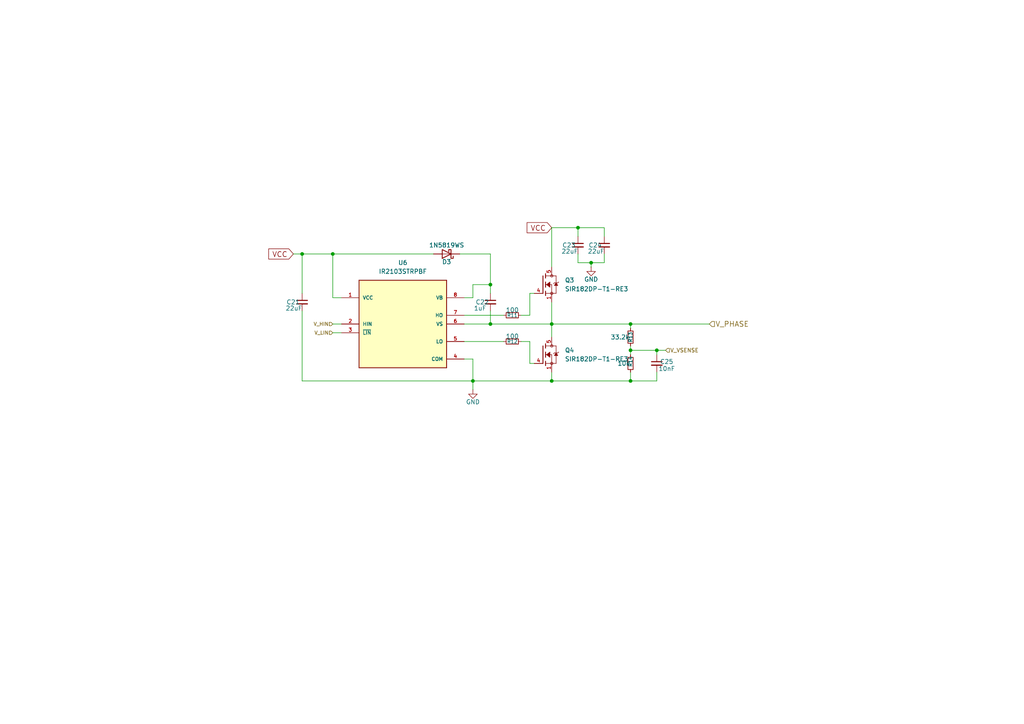
<source format=kicad_sch>
(kicad_sch (version 20250114) (generator "eeschema") (generator_version "9.0")
  (paper "A4")
  (lib_symbols
    (symbol "Device:C_Small" (pin_numbers (hide yes)) (pin_names (offset 0.254) (hide yes))
      (property "Reference" "C" (at 0.254 1.778 0))
      (property "Value" "C_Small" (at 0.254 -2.032 0))
      (symbol "C_Small_0_1"
        (polyline (pts (xy -1.524 0.508) (xy 1.524 0.508)) (stroke (width 0.3048)))
        (polyline (pts (xy -1.524 -0.508) (xy 1.524 -0.508)) (stroke (width 0.3302)))
      )
      (symbol "C_Small_1_1"
        (pin passive line (at 0 2.54 270) (length 2.032) (name "~") (number "1"))
        (pin passive line (at 0 -2.54 90) (length 2.032) (name "~") (number "2"))
      )
    )
    (symbol "Device:R_Small" (pin_numbers (hide yes)) (pin_names (offset 0.254) (hide yes))
      (property "Reference" "R" (at 0 0 90))
      (property "Value" "R_Small" (at 1.778 0 90))
      (symbol "R_Small_0_1"
        (rectangle (start -0.762 1.778) (end 0.762 -1.778) (stroke (width 0.2032)))
      )
      (symbol "R_Small_1_1"
        (pin passive line (at 0 2.54 270) (length 0.762) (name "~") (number "1"))
        (pin passive line (at 0 -2.54 90) (length 0.762) (name "~") (number "2"))
      )
    )
    (symbol "Diode:1N5819WS" (pin_numbers (hide yes)) (pin_names (offset 1.016) (hide yes))
      (property "Reference" "D" (at 0 2.54 0))
      (property "Value" "1N5819WS" (at 0 -2.54 0))
      (symbol "1N5819WS_0_1"
        (polyline (pts (xy -1.905 0.635) (xy -1.905 1.27) (xy -1.27 1.27) (xy -1.27 -1.27) (xy -0.635 -1.27) (xy -0.635 -0.635)) (stroke (width 0.254)))
        (polyline (pts (xy 1.27 1.27) (xy 1.27 -1.27) (xy -1.27 0) (xy 1.27 1.27)) (stroke (width 0.254)))
        (polyline (pts (xy 1.27 0) (xy -1.27 0)))
      )
      (symbol "1N5819WS_1_1"
        (pin passive line (at -3.81 0 0) (length 2.54) (name "K") (number "1"))
        (pin passive line (at 3.81 0 180) (length 2.54) (name "A") (number "2"))
      )
    )
    (symbol "ESC:SIR182DP-T1-RE3" (pin_names (offset 1.016))
      (property "Reference" "Q1" (at 5.08 1.2701 0))
      (property "Value" "SIR182DP-T1-RE3" (at 5.08 -1.2699 0))
      (symbol "SIR182DP-T1-RE3_0_0"
        (polyline (pts (xy -1.27 2.54) (xy -1.27 -2.54)) (stroke (width 0.254)))
        (polyline (pts (xy -0.508 3.175) (xy -0.508 2.54)) (stroke (width 0.254)))
        (polyline (pts (xy -0.508 2.54) (xy -0.508 1.905)) (stroke (width 0.254)))
        (polyline (pts (xy -0.508 2.54) (xy 2.54 2.54)) (stroke (width 0.1524)))
        (polyline (pts (xy -0.508 0.762) (xy -0.508 0)) (stroke (width 0.254)))
        (polyline (pts (xy -0.508 0) (xy -0.508 -0.762)) (stroke (width 0.254)))
        (polyline (pts (xy -0.508 0) (xy 1.27 0)) (stroke (width 0.1524)))
        (polyline (pts (xy -0.508 -1.905) (xy -0.508 -3.175)) (stroke (width 0.254)))
        (polyline (pts (xy -0.254 0) (xy 0.762 0.762) (xy 0.762 -0.762) (xy -0.254 0)) (stroke (width 0.1524)) (fill (type outline)))
        (circle (center 1.27 2.54) (radius 0.3592))
        (polyline (pts (xy 1.27 0) (xy 1.27 -2.54)) (stroke (width 0.1524)))
        (circle (center 1.27 -2.54) (radius 0.3592))
        (polyline (pts (xy 2.032 0.508) (xy 1.778 0.254)) (stroke (width 0.1524)))
        (polyline (pts (xy 2.54 2.54) (xy 2.54 0.508)) (stroke (width 0.1524)))
        (polyline (pts (xy 2.54 0.508) (xy 2.032 0.508)) (stroke (width 0.1524)))
        (polyline (pts (xy 2.54 0.508) (xy 2.54 -2.54)) (stroke (width 0.1524)))
        (polyline (pts (xy 2.54 0.508) (xy 2.032 -0.254) (xy 3.048 -0.254) (xy 2.54 0.508)) (stroke (width 0.1524)) (fill (type outline)))
        (polyline (pts (xy 2.54 -2.54) (xy -0.508 -2.54)) (stroke (width 0.1524)))
        (polyline (pts (xy 3.048 0.508) (xy 2.54 0.508)) (stroke (width 0.1524)))
        (polyline (pts (xy 3.302 0.762) (xy 3.048 0.508)) (stroke (width 0.1524)))
        (pin passive line (at -3.81 -2.54 0) (length 2.54) (name "~") (number "4"))
        (pin passive line (at 1.27 5.08 270) (length 2.54) (name "~") (number "5"))
        (pin passive line (at 1.27 5.08 270) (length 2.54) (hide yes) (name "~") (number "6"))
        (pin passive line (at 1.27 5.08 270) (length 2.54) (hide yes) (name "~") (number "7"))
        (pin passive line (at 1.27 5.08 270) (length 2.54) (hide yes) (name "~") (number "8"))
        (pin passive line (at 1.27 5.08 270) (length 2.54) (hide yes) (name "~") (number "9"))
        (pin passive line (at 1.27 -5.08 90) (length 2.54) (name "~") (number "1"))
        (pin passive line (at 1.27 -5.08 90) (length 2.54) (hide yes) (name "~") (number "2"))
        (pin passive line (at 1.27 -5.08 90) (length 2.54) (hide yes) (name "~") (number "3"))
      )
    )
    (symbol "IR2103STRPBF_1" (pin_names (offset 1.016))
      (property "Reference" "U1" (at 0 17.78 0))
      (property "Value" "IR2103STRPBF" (at 0 15.24 0))
      (symbol "IR2103STRPBF_1_0_0"
        (rectangle (start -12.7 12.7) (end 12.7 -12.7) (stroke (width 0.254)) (fill (type background)))
        (pin power_in line (at -17.78 7.62 0) (length 5.08) (name "VCC") (number "1"))
        (pin input line (at -17.78 0 0) (length 5.08) (name "HIN") (number "2"))
        (pin input line (at -17.78 -2.54 0) (length 5.08) (name "~{LIN}") (number "3"))
        (pin power_in line (at 17.78 7.62 180) (length 5.08) (name "VB") (number "8"))
        (pin output line (at 17.78 2.54 180) (length 5.08) (name "HO") (number "7"))
        (pin output line (at 17.78 0 180) (length 5.08) (name "VS") (number "6"))
        (pin output line (at 17.78 -5.08 180) (length 5.08) (name "LO") (number "5"))
        (pin power_in line (at 17.78 -10.16 180) (length 5.08) (name "COM") (number "4"))
      )
    )
    (symbol "power:GND" (power) (pin_numbers (hide yes)) (pin_names (offset 0) (hide yes))
      (property "Value" "GND" (at 0 -3.81 0))
      (symbol "GND_0_1"
        (polyline (pts (xy 0 0) (xy 0 -1.27) (xy 1.27 -1.27) (xy 0 -2.54) (xy -1.27 -1.27) (xy 0 -1.27)))
      )
      (symbol "GND_1_1"
        (pin power_in line (at 0 0 270) (length 0) (name "~") (number "1"))
      )
    )
  )
  (junction (at 171.45 76.2))
  (junction (at 87.63 73.66))
  (junction (at 137.16 110.49))
  (junction (at 142.24 93.98))
  (junction (at 182.88 93.98))
  (junction (at 167.64 66.04))
  (junction (at 142.24 82.55))
  (junction (at 160.02 110.49))
  (junction (at 182.88 101.6))
  (junction (at 182.88 110.49))
  (junction (at 160.02 93.98))
  (junction (at 96.52 73.66))
  (junction (at 190.5 101.6))
  (wire (pts (xy 137.16 86.36) (xy 137.16 82.55)))
  (wire (pts (xy 190.5 101.6) (xy 193.04 101.6)))
  (wire (pts (xy 137.16 110.49) (xy 87.63 110.49)))
  (wire (pts (xy 182.88 101.6) (xy 182.88 102.87)))
  (wire (pts (xy 171.45 76.2) (xy 171.45 77.47)))
  (wire (pts (xy 137.16 110.49) (xy 160.02 110.49)))
  (wire (pts (xy 142.24 93.98) (xy 160.02 93.98)))
  (wire (pts (xy 182.88 100.33) (xy 182.88 101.6)))
  (wire (pts (xy 137.16 104.14) (xy 137.16 110.49)))
  (wire (pts (xy 182.88 101.6) (xy 190.5 101.6)))
  (wire (pts (xy 153.67 99.06) (xy 153.67 105.41)))
  (wire (pts (xy 153.67 105.41) (xy 154.94 105.41)))
  (wire (pts (xy 142.24 73.66) (xy 142.24 82.55)))
  (wire (pts (xy 96.52 73.66) (xy 125.73 73.66)))
  (wire (pts (xy 171.45 76.2) (xy 175.26 76.2)))
  (wire (pts (xy 87.63 85.09) (xy 87.63 73.66)))
  (wire (pts (xy 134.62 86.36) (xy 137.16 86.36)))
  (wire (pts (xy 175.26 66.04) (xy 175.26 68.58)))
  (wire (pts (xy 134.62 99.06) (xy 146.05 99.06)))
  (wire (pts (xy 134.62 104.14) (xy 137.16 104.14)))
  (wire (pts (xy 190.5 107.95) (xy 190.5 110.49)))
  (wire (pts (xy 137.16 82.55) (xy 142.24 82.55)))
  (wire (pts (xy 151.13 99.06) (xy 153.67 99.06)))
  (wire (pts (xy 190.5 101.6) (xy 190.5 102.87)))
  (wire (pts (xy 96.52 96.52) (xy 99.06 96.52)))
  (wire (pts (xy 134.62 93.98) (xy 142.24 93.98)))
  (wire (pts (xy 142.24 82.55) (xy 142.24 85.09)))
  (wire (pts (xy 167.64 66.04) (xy 175.26 66.04)))
  (wire (pts (xy 142.24 90.17) (xy 142.24 93.98)))
  (wire (pts (xy 160.02 93.98) (xy 182.88 93.98)))
  (wire (pts (xy 182.88 93.98) (xy 182.88 95.25)))
  (wire (pts (xy 190.5 110.49) (xy 182.88 110.49)))
  (wire (pts (xy 160.02 66.04) (xy 160.02 77.47)))
  (wire (pts (xy 160.02 110.49) (xy 160.02 107.95)))
  (wire (pts (xy 182.88 110.49) (xy 160.02 110.49)))
  (wire (pts (xy 96.52 86.36) (xy 96.52 73.66)))
  (wire (pts (xy 182.88 93.98) (xy 205.74 93.98)))
  (wire (pts (xy 153.67 85.09) (xy 154.94 85.09)))
  (wire (pts (xy 96.52 93.98) (xy 99.06 93.98)))
  (wire (pts (xy 99.06 86.36) (xy 96.52 86.36)))
  (wire (pts (xy 153.67 85.09) (xy 153.67 91.44)))
  (wire (pts (xy 87.63 73.66) (xy 96.52 73.66)))
  (wire (pts (xy 167.64 76.2) (xy 167.64 73.66)))
  (wire (pts (xy 134.62 91.44) (xy 146.05 91.44)))
  (wire (pts (xy 85.09 73.66) (xy 87.63 73.66)))
  (wire (pts (xy 137.16 110.49) (xy 137.16 113.03)))
  (wire (pts (xy 87.63 110.49) (xy 87.63 90.17)))
  (wire (pts (xy 160.02 93.98) (xy 160.02 87.63)))
  (wire (pts (xy 167.64 76.2) (xy 171.45 76.2)))
  (wire (pts (xy 153.67 91.44) (xy 151.13 91.44)))
  (wire (pts (xy 160.02 93.98) (xy 160.02 97.79)))
  (wire (pts (xy 182.88 107.95) (xy 182.88 110.49)))
  (wire (pts (xy 167.64 66.04) (xy 167.64 68.58)))
  (wire (pts (xy 175.26 76.2) (xy 175.26 73.66)))
  (wire (pts (xy 160.02 66.04) (xy 167.64 66.04)))
  (wire (pts (xy 133.35 73.66) (xy 142.24 73.66)))
  (global_label "VCC" (shape input) (at 160.02 66.04 180) (effects (font (size 1.5 1.5))) (property "Intersheetrefs" "${INTERSHEET_REFS}" (effects (hide yes))))
  (global_label "VCC" (shape input) (at 85.09 73.66 180) (effects (font (size 1.5 1.5))) (property "Intersheetrefs" "${INTERSHEET_REFS}" (effects (hide yes))))
  (hierarchical_label "V_HIN" (shape input) (at 96.52 93.98 180) (effects (font (size 1.016 1.016))))
  (hierarchical_label "V_VSENSE" (shape input) (at 193.04 101.6 0) (effects (font (size 1.125 1.125))))
  (hierarchical_label "V_PHASE" (shape input) (at 205.74 93.98 0) (effects (font (size 1.5 1.5))))
  (hierarchical_label "V_LIN" (shape input) (at 96.52 96.52 180) (effects (font (size 1.016 1.016))))
  (symbol (lib_id "Device:C_Small") (at 142.24 87.63 0) (unit 1)
    (property "Reference" "C22" (at 137.922 87.63 0) (effects (justify left)))
    (property "Value" "1uF" (at 137.414 89.408 0) (effects (justify left)))
    (property "Footprint" "Capacitor_SMD:C_0805_2012Metric" (effects (hide yes)))
    (property "Description" "Unpolarized capacitor, small symbol" (effects (hide yes)))
  )
  (symbol (lib_id "Device:R_Small") (at 182.88 105.41 0) (unit 1)
    (property "Reference" "R14" (at 182.88 106.426 90) (effects (font (size 1.016 1.016)) (justify left)))
    (property "Value" "10k" (at 179.07 105.41 0) (effects (justify left)))
    (property "Footprint" "Resistor_SMD:R_0805_2012Metric" (effects (hide yes)))
    (property "Description" "Resistor, small symbol" (effects (hide yes)))
  )
  (symbol (lib_id "Device:R_Small") (at 182.88 97.79 0) (unit 1)
    (property "Reference" "R13" (at 182.88 97.79 90) (effects (font (size 1.016 1.016))))
    (property "Value" "33.2k" (at 179.832 97.79 0))
    (property "Footprint" "Resistor_SMD:R_0805_2012Metric" (effects (hide yes)))
    (property "Description" "Resistor, small symbol" (effects (hide yes)))
  )
  (symbol (lib_id "Device:R_Small") (at 148.59 91.44 270) (unit 1)
    (property "Reference" "R11" (at 148.59 91.44 90) (effects (font (size 1.016 1.016))))
    (property "Value" "100" (at 148.59 89.916 90))
    (property "Footprint" "Resistor_SMD:R_1206_3216Metric" (effects (hide yes)))
    (property "Description" "Resistor, small symbol" (effects (hide yes)))
  )
  (symbol (lib_id "power:GND") (at 171.45 77.47 0) (unit 1)
    (property "Reference" "#PWR014" (effects (hide yes)))
    (property "Value" "GND" (at 171.45 81.026 0))
    (property "Description" "Power symbol creates a global label with name \"GND\" , ground" (effects (hide yes)))
  )
  (symbol (lib_id "Device:R_Small") (at 148.59 99.06 270) (unit 1)
    (property "Reference" "R12" (at 148.59 99.06 90) (effects (font (size 1.016 1.016))))
    (property "Value" "100" (at 148.59 97.536 90))
    (property "Footprint" "Resistor_SMD:R_1206_3216Metric" (effects (hide yes)))
    (property "Description" "Resistor, small symbol" (effects (hide yes)))
  )
  (symbol (lib_id "Device:C_Small") (at 167.64 71.12 0) (unit 1)
    (property "Reference" "C23" (at 163.068 71.12 0) (effects (justify left)))
    (property "Value" "22uF" (at 162.814 72.898 0) (effects (justify left)))
    (property "Footprint" "Capacitor_SMD:C_1206_3216Metric" (effects (hide yes)))
    (property "Description" "Unpolarized capacitor, small symbol" (effects (hide yes)))
  )
  (symbol (lib_id "Diode:1N5819WS") (at 129.54 73.66 180) (unit 1)
    (property "Reference" "D3" (at 129.54 75.946 0))
    (property "Value" "1N5819WS" (at 129.54 71.12 0))
    (property "Footprint" "Diode_SMD:D_SOD-323" (effects (hide yes)))
    (property "Datasheet" "https://datasheet.lcsc.com/lcsc/2204281430_Guangdong-Hottech-1N5819WS_C191023.pdf" (effects (hide yes)))
    (property "Description" "40V 600mV@1A 1A SOD-323 Schottky Barrier Diodes, SOD-323" (effects (hide yes)))
  )
  (symbol (lib_name "IR2103STRPBF_1") (lib_id "ESC:IR2103STRPBF") (at 116.84 93.98 0) (unit 1)
    (property "Reference" "U6" (at 116.84 76.2 0))
    (property "Value" "IR2103STRPBF" (at 116.84 78.74 0))
    (property "Footprint" "esc-land-patterns:SOIC127P600X175-8N" (effects (hide yes)))
    (property "PARTREV" "April 18, 2013" (effects (hide yes)))
    (property "STANDARD" "IPC-7351B" (effects (hide yes)))
    (property "MAXIMUM_PACKAGE_HEIGHT" "1.75mm" (effects (hide yes)))
    (property "MANUFACTURER" "Infineon" (effects (hide yes)))
  )
  (symbol (lib_id "Device:C_Small") (at 175.26 71.12 0) (unit 1)
    (property "Reference" "C24" (at 170.688 71.12 0) (effects (justify left)))
    (property "Value" "22uF" (at 170.434 72.898 0) (effects (justify left)))
    (property "Footprint" "Capacitor_SMD:C_1206_3216Metric" (effects (hide yes)))
    (property "Description" "Unpolarized capacitor, small symbol" (effects (hide yes)))
  )
  (symbol (lib_id "ESC:SIR182DP-T1-RE3") (at 158.75 102.87 0) (unit 1)
    (property "Reference" "Q4" (at 163.83 101.5999 0) (effects (justify left)))
    (property "Value" "SIR182DP-T1-RE3" (at 163.83 104.1399 0) (effects (justify left)))
    (property "Footprint" "esc-land-patterns:TRANS_SIR182DP-T1-RE3" (effects (hide yes)))
    (property "PARTREV" "B" (effects (hide yes)))
    (property "MF" "Vishay" (effects (hide yes)))
    (property "STANDARD" "Manufacturer Recommendations" (effects (hide yes)))
  )
  (symbol (lib_id "Device:C_Small") (at 190.5 105.41 0) (mirror y) (unit 1)
    (property "Reference" "C25" (at 195.326 104.902 0) (effects (justify left)))
    (property "Value" "10nF" (at 195.834 106.934 0) (effects (justify left)))
    (property "Footprint" "Capacitor_SMD:C_0603_1608Metric" (effects (hide yes)))
    (property "Description" "Unpolarized capacitor, small symbol" (effects (hide yes)))
  )
  (symbol (lib_id "power:GND") (at 137.16 113.03 0) (unit 1)
    (property "Reference" "#PWR013" (effects (hide yes)))
    (property "Value" "GND" (at 137.16 116.586 0))
    (property "Description" "Power symbol creates a global label with name \"GND\" , ground" (effects (hide yes)))
  )
  (symbol (lib_id "Device:C_Small") (at 87.63 87.63 0) (unit 1)
    (property "Reference" "C21" (at 83.058 87.63 0) (effects (justify left)))
    (property "Value" "22uF" (at 82.804 89.408 0) (effects (justify left)))
    (property "Footprint" "Capacitor_SMD:C_1206_3216Metric" (effects (hide yes)))
    (property "Description" "Unpolarized capacitor, small symbol" (effects (hide yes)))
  )
  (symbol (lib_id "ESC:SIR182DP-T1-RE3") (at 158.75 82.55 0) (unit 1)
    (property "Reference" "Q3" (at 163.83 81.2799 0) (effects (justify left)))
    (property "Value" "SIR182DP-T1-RE3" (at 163.83 83.8199 0) (effects (justify left)))
    (property "Footprint" "esc-land-patterns:TRANS_SIR182DP-T1-RE3" (effects (hide yes)))
    (property "PARTREV" "B" (effects (hide yes)))
    (property "MF" "Vishay" (effects (hide yes)))
    (property "STANDARD" "Manufacturer Recommendations" (effects (hide yes)))
  )
)
</source>
